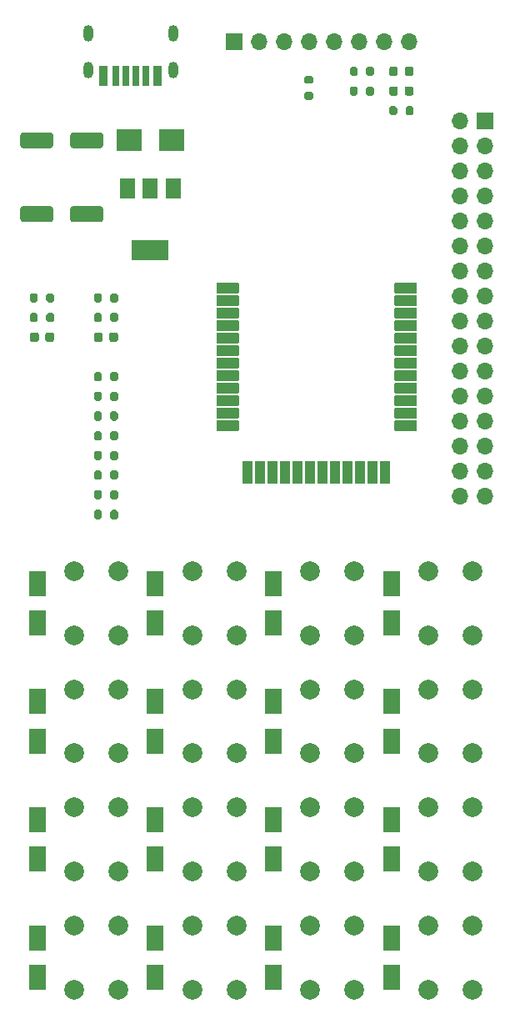
<source format=gbr>
%TF.GenerationSoftware,KiCad,Pcbnew,(5.1.10)-1*%
%TF.CreationDate,2024-04-06T16:28:10+09:00*%
%TF.ProjectId,KiCAD_BLEModuleDevTestBoard,4b694341-445f-4424-9c45-4d6f64756c65,rev?*%
%TF.SameCoordinates,Original*%
%TF.FileFunction,Soldermask,Top*%
%TF.FilePolarity,Negative*%
%FSLAX46Y46*%
G04 Gerber Fmt 4.6, Leading zero omitted, Abs format (unit mm)*
G04 Created by KiCad (PCBNEW (5.1.10)-1) date 2024-04-06 16:28:10*
%MOMM*%
%LPD*%
G01*
G04 APERTURE LIST*
%ADD10C,2.000000*%
%ADD11O,1.700000X1.700000*%
%ADD12R,1.700000X1.700000*%
%ADD13R,3.800000X2.000000*%
%ADD14R,1.500000X2.000000*%
%ADD15R,2.500000X2.300000*%
%ADD16O,1.000000X1.700000*%
%ADD17R,0.900000X2.000000*%
%ADD18R,0.800000X2.000000*%
%ADD19R,0.700000X2.000000*%
%ADD20R,1.700000X2.500000*%
G04 APERTURE END LIST*
D10*
%TO.C,SW5*%
X133750000Y-130250000D03*
X129250000Y-130250000D03*
X133750000Y-123750000D03*
X129250000Y-123750000D03*
%TD*%
%TO.C,SW13*%
X133750000Y-106250000D03*
X129250000Y-106250000D03*
X133750000Y-99750000D03*
X129250000Y-99750000D03*
%TD*%
%TO.C,SW16*%
X169750000Y-106250000D03*
X165250000Y-106250000D03*
X169750000Y-99750000D03*
X165250000Y-99750000D03*
%TD*%
D11*
%TO.C,J1*%
X163280000Y-46000000D03*
X160740000Y-46000000D03*
X158200000Y-46000000D03*
X155660000Y-46000000D03*
X153120000Y-46000000D03*
X150580000Y-46000000D03*
X148040000Y-46000000D03*
D12*
X145500000Y-46000000D03*
%TD*%
%TO.C,R5*%
G36*
G01*
X153375000Y-51900000D02*
X152825000Y-51900000D01*
G75*
G02*
X152625000Y-51700000I0J200000D01*
G01*
X152625000Y-51300000D01*
G75*
G02*
X152825000Y-51100000I200000J0D01*
G01*
X153375000Y-51100000D01*
G75*
G02*
X153575000Y-51300000I0J-200000D01*
G01*
X153575000Y-51700000D01*
G75*
G02*
X153375000Y-51900000I-200000J0D01*
G01*
G37*
G36*
G01*
X153375000Y-50250000D02*
X152825000Y-50250000D01*
G75*
G02*
X152625000Y-50050000I0J200000D01*
G01*
X152625000Y-49650000D01*
G75*
G02*
X152825000Y-49450000I200000J0D01*
G01*
X153375000Y-49450000D01*
G75*
G02*
X153575000Y-49650000I0J-200000D01*
G01*
X153575000Y-50050000D01*
G75*
G02*
X153375000Y-50250000I-200000J0D01*
G01*
G37*
%TD*%
%TO.C,U1*%
G36*
G01*
X164099800Y-70532000D02*
X164099800Y-71468000D01*
G75*
G02*
X164047800Y-71520000I-52000J0D01*
G01*
X161851800Y-71520000D01*
G75*
G02*
X161799800Y-71468000I0J52000D01*
G01*
X161799800Y-70532000D01*
G75*
G02*
X161851800Y-70480000I52000J0D01*
G01*
X164047800Y-70480000D01*
G75*
G02*
X164099800Y-70532000I0J-52000D01*
G01*
G37*
G36*
G01*
X164099800Y-73072000D02*
X164099800Y-74008000D01*
G75*
G02*
X164047800Y-74060000I-52000J0D01*
G01*
X161851800Y-74060000D01*
G75*
G02*
X161799800Y-74008000I0J52000D01*
G01*
X161799800Y-73072000D01*
G75*
G02*
X161851800Y-73020000I52000J0D01*
G01*
X164047800Y-73020000D01*
G75*
G02*
X164099800Y-73072000I0J-52000D01*
G01*
G37*
G36*
G01*
X164099800Y-78152000D02*
X164099800Y-79088000D01*
G75*
G02*
X164047800Y-79140000I-52000J0D01*
G01*
X161851800Y-79140000D01*
G75*
G02*
X161799800Y-79088000I0J52000D01*
G01*
X161799800Y-78152000D01*
G75*
G02*
X161851800Y-78100000I52000J0D01*
G01*
X164047800Y-78100000D01*
G75*
G02*
X164099800Y-78152000I0J-52000D01*
G01*
G37*
G36*
G01*
X164099800Y-75612000D02*
X164099800Y-76548000D01*
G75*
G02*
X164047800Y-76600000I-52000J0D01*
G01*
X161851800Y-76600000D01*
G75*
G02*
X161799800Y-76548000I0J52000D01*
G01*
X161799800Y-75612000D01*
G75*
G02*
X161851800Y-75560000I52000J0D01*
G01*
X164047800Y-75560000D01*
G75*
G02*
X164099800Y-75612000I0J-52000D01*
G01*
G37*
G36*
G01*
X164099800Y-76882000D02*
X164099800Y-77818000D01*
G75*
G02*
X164047800Y-77870000I-52000J0D01*
G01*
X161851800Y-77870000D01*
G75*
G02*
X161799800Y-77818000I0J52000D01*
G01*
X161799800Y-76882000D01*
G75*
G02*
X161851800Y-76830000I52000J0D01*
G01*
X164047800Y-76830000D01*
G75*
G02*
X164099800Y-76882000I0J-52000D01*
G01*
G37*
G36*
G01*
X164099800Y-74342000D02*
X164099800Y-75278000D01*
G75*
G02*
X164047800Y-75330000I-52000J0D01*
G01*
X161851800Y-75330000D01*
G75*
G02*
X161799800Y-75278000I0J52000D01*
G01*
X161799800Y-74342000D01*
G75*
G02*
X161851800Y-74290000I52000J0D01*
G01*
X164047800Y-74290000D01*
G75*
G02*
X164099800Y-74342000I0J-52000D01*
G01*
G37*
G36*
G01*
X164099800Y-79422000D02*
X164099800Y-80358000D01*
G75*
G02*
X164047800Y-80410000I-52000J0D01*
G01*
X161851800Y-80410000D01*
G75*
G02*
X161799800Y-80358000I0J52000D01*
G01*
X161799800Y-79422000D01*
G75*
G02*
X161851800Y-79370000I52000J0D01*
G01*
X164047800Y-79370000D01*
G75*
G02*
X164099800Y-79422000I0J-52000D01*
G01*
G37*
G36*
G01*
X164099800Y-83232000D02*
X164099800Y-84168000D01*
G75*
G02*
X164047800Y-84220000I-52000J0D01*
G01*
X161851800Y-84220000D01*
G75*
G02*
X161799800Y-84168000I0J52000D01*
G01*
X161799800Y-83232000D01*
G75*
G02*
X161851800Y-83180000I52000J0D01*
G01*
X164047800Y-83180000D01*
G75*
G02*
X164099800Y-83232000I0J-52000D01*
G01*
G37*
G36*
G01*
X164099800Y-80692000D02*
X164099800Y-81628000D01*
G75*
G02*
X164047800Y-81680000I-52000J0D01*
G01*
X161851800Y-81680000D01*
G75*
G02*
X161799800Y-81628000I0J52000D01*
G01*
X161799800Y-80692000D01*
G75*
G02*
X161851800Y-80640000I52000J0D01*
G01*
X164047800Y-80640000D01*
G75*
G02*
X164099800Y-80692000I0J-52000D01*
G01*
G37*
G36*
G01*
X164099800Y-84502000D02*
X164099800Y-85438000D01*
G75*
G02*
X164047800Y-85490000I-52000J0D01*
G01*
X161851800Y-85490000D01*
G75*
G02*
X161799800Y-85438000I0J52000D01*
G01*
X161799800Y-84502000D01*
G75*
G02*
X161851800Y-84450000I52000J0D01*
G01*
X164047800Y-84450000D01*
G75*
G02*
X164099800Y-84502000I0J-52000D01*
G01*
G37*
G36*
G01*
X164099800Y-81962000D02*
X164099800Y-82898000D01*
G75*
G02*
X164047800Y-82950000I-52000J0D01*
G01*
X161851800Y-82950000D01*
G75*
G02*
X161799800Y-82898000I0J52000D01*
G01*
X161799800Y-81962000D01*
G75*
G02*
X161851800Y-81910000I52000J0D01*
G01*
X164047800Y-81910000D01*
G75*
G02*
X164099800Y-81962000I0J-52000D01*
G01*
G37*
G36*
G01*
X164099800Y-71802000D02*
X164099800Y-72738000D01*
G75*
G02*
X164047800Y-72790000I-52000J0D01*
G01*
X161851800Y-72790000D01*
G75*
G02*
X161799800Y-72738000I0J52000D01*
G01*
X161799800Y-71802000D01*
G75*
G02*
X161851800Y-71750000I52000J0D01*
G01*
X164047800Y-71750000D01*
G75*
G02*
X164099800Y-71802000I0J-52000D01*
G01*
G37*
G36*
G01*
X160068000Y-90885000D02*
X159132000Y-90885000D01*
G75*
G02*
X159080000Y-90833000I0J52000D01*
G01*
X159080000Y-88637000D01*
G75*
G02*
X159132000Y-88585000I52000J0D01*
G01*
X160068000Y-88585000D01*
G75*
G02*
X160120000Y-88637000I0J-52000D01*
G01*
X160120000Y-90833000D01*
G75*
G02*
X160068000Y-90885000I-52000J0D01*
G01*
G37*
G36*
G01*
X158798000Y-90885000D02*
X157862000Y-90885000D01*
G75*
G02*
X157810000Y-90833000I0J52000D01*
G01*
X157810000Y-88637000D01*
G75*
G02*
X157862000Y-88585000I52000J0D01*
G01*
X158798000Y-88585000D01*
G75*
G02*
X158850000Y-88637000I0J-52000D01*
G01*
X158850000Y-90833000D01*
G75*
G02*
X158798000Y-90885000I-52000J0D01*
G01*
G37*
G36*
G01*
X161338000Y-90885000D02*
X160402000Y-90885000D01*
G75*
G02*
X160350000Y-90833000I0J52000D01*
G01*
X160350000Y-88637000D01*
G75*
G02*
X160402000Y-88585000I52000J0D01*
G01*
X161338000Y-88585000D01*
G75*
G02*
X161390000Y-88637000I0J-52000D01*
G01*
X161390000Y-90833000D01*
G75*
G02*
X161338000Y-90885000I-52000J0D01*
G01*
G37*
G36*
G01*
X149908000Y-90885000D02*
X148972000Y-90885000D01*
G75*
G02*
X148920000Y-90833000I0J52000D01*
G01*
X148920000Y-88637000D01*
G75*
G02*
X148972000Y-88585000I52000J0D01*
G01*
X149908000Y-88585000D01*
G75*
G02*
X149960000Y-88637000I0J-52000D01*
G01*
X149960000Y-90833000D01*
G75*
G02*
X149908000Y-90885000I-52000J0D01*
G01*
G37*
G36*
G01*
X147368000Y-90885000D02*
X146432000Y-90885000D01*
G75*
G02*
X146380000Y-90833000I0J52000D01*
G01*
X146380000Y-88637000D01*
G75*
G02*
X146432000Y-88585000I52000J0D01*
G01*
X147368000Y-88585000D01*
G75*
G02*
X147420000Y-88637000I0J-52000D01*
G01*
X147420000Y-90833000D01*
G75*
G02*
X147368000Y-90885000I-52000J0D01*
G01*
G37*
G36*
G01*
X148638000Y-90885000D02*
X147702000Y-90885000D01*
G75*
G02*
X147650000Y-90833000I0J52000D01*
G01*
X147650000Y-88637000D01*
G75*
G02*
X147702000Y-88585000I52000J0D01*
G01*
X148638000Y-88585000D01*
G75*
G02*
X148690000Y-88637000I0J-52000D01*
G01*
X148690000Y-90833000D01*
G75*
G02*
X148638000Y-90885000I-52000J0D01*
G01*
G37*
G36*
G01*
X151178000Y-90885000D02*
X150242000Y-90885000D01*
G75*
G02*
X150190000Y-90833000I0J52000D01*
G01*
X150190000Y-88637000D01*
G75*
G02*
X150242000Y-88585000I52000J0D01*
G01*
X151178000Y-88585000D01*
G75*
G02*
X151230000Y-88637000I0J-52000D01*
G01*
X151230000Y-90833000D01*
G75*
G02*
X151178000Y-90885000I-52000J0D01*
G01*
G37*
G36*
G01*
X152448000Y-90885000D02*
X151512000Y-90885000D01*
G75*
G02*
X151460000Y-90833000I0J52000D01*
G01*
X151460000Y-88637000D01*
G75*
G02*
X151512000Y-88585000I52000J0D01*
G01*
X152448000Y-88585000D01*
G75*
G02*
X152500000Y-88637000I0J-52000D01*
G01*
X152500000Y-90833000D01*
G75*
G02*
X152448000Y-90885000I-52000J0D01*
G01*
G37*
G36*
G01*
X157528000Y-90885000D02*
X156592000Y-90885000D01*
G75*
G02*
X156540000Y-90833000I0J52000D01*
G01*
X156540000Y-88637000D01*
G75*
G02*
X156592000Y-88585000I52000J0D01*
G01*
X157528000Y-88585000D01*
G75*
G02*
X157580000Y-88637000I0J-52000D01*
G01*
X157580000Y-90833000D01*
G75*
G02*
X157528000Y-90885000I-52000J0D01*
G01*
G37*
G36*
G01*
X154988000Y-90885000D02*
X154052000Y-90885000D01*
G75*
G02*
X154000000Y-90833000I0J52000D01*
G01*
X154000000Y-88637000D01*
G75*
G02*
X154052000Y-88585000I52000J0D01*
G01*
X154988000Y-88585000D01*
G75*
G02*
X155040000Y-88637000I0J-52000D01*
G01*
X155040000Y-90833000D01*
G75*
G02*
X154988000Y-90885000I-52000J0D01*
G01*
G37*
G36*
G01*
X153718000Y-90885000D02*
X152782000Y-90885000D01*
G75*
G02*
X152730000Y-90833000I0J52000D01*
G01*
X152730000Y-88637000D01*
G75*
G02*
X152782000Y-88585000I52000J0D01*
G01*
X153718000Y-88585000D01*
G75*
G02*
X153770000Y-88637000I0J-52000D01*
G01*
X153770000Y-90833000D01*
G75*
G02*
X153718000Y-90885000I-52000J0D01*
G01*
G37*
G36*
G01*
X156258000Y-90885000D02*
X155322000Y-90885000D01*
G75*
G02*
X155270000Y-90833000I0J52000D01*
G01*
X155270000Y-88637000D01*
G75*
G02*
X155322000Y-88585000I52000J0D01*
G01*
X156258000Y-88585000D01*
G75*
G02*
X156310000Y-88637000I0J-52000D01*
G01*
X156310000Y-90833000D01*
G75*
G02*
X156258000Y-90885000I-52000J0D01*
G01*
G37*
G36*
G01*
X143715000Y-84168000D02*
X143715000Y-83232000D01*
G75*
G02*
X143767000Y-83180000I52000J0D01*
G01*
X145963000Y-83180000D01*
G75*
G02*
X146015000Y-83232000I0J-52000D01*
G01*
X146015000Y-84168000D01*
G75*
G02*
X145963000Y-84220000I-52000J0D01*
G01*
X143767000Y-84220000D01*
G75*
G02*
X143715000Y-84168000I0J52000D01*
G01*
G37*
G36*
G01*
X143715000Y-82898000D02*
X143715000Y-81962000D01*
G75*
G02*
X143767000Y-81910000I52000J0D01*
G01*
X145963000Y-81910000D01*
G75*
G02*
X146015000Y-81962000I0J-52000D01*
G01*
X146015000Y-82898000D01*
G75*
G02*
X145963000Y-82950000I-52000J0D01*
G01*
X143767000Y-82950000D01*
G75*
G02*
X143715000Y-82898000I0J52000D01*
G01*
G37*
G36*
G01*
X143715000Y-85438000D02*
X143715000Y-84502000D01*
G75*
G02*
X143767000Y-84450000I52000J0D01*
G01*
X145963000Y-84450000D01*
G75*
G02*
X146015000Y-84502000I0J-52000D01*
G01*
X146015000Y-85438000D01*
G75*
G02*
X145963000Y-85490000I-52000J0D01*
G01*
X143767000Y-85490000D01*
G75*
G02*
X143715000Y-85438000I0J52000D01*
G01*
G37*
G36*
G01*
X143715000Y-79088000D02*
X143715000Y-78152000D01*
G75*
G02*
X143767000Y-78100000I52000J0D01*
G01*
X145963000Y-78100000D01*
G75*
G02*
X146015000Y-78152000I0J-52000D01*
G01*
X146015000Y-79088000D01*
G75*
G02*
X145963000Y-79140000I-52000J0D01*
G01*
X143767000Y-79140000D01*
G75*
G02*
X143715000Y-79088000I0J52000D01*
G01*
G37*
G36*
G01*
X143715000Y-77818000D02*
X143715000Y-76882000D01*
G75*
G02*
X143767000Y-76830000I52000J0D01*
G01*
X145963000Y-76830000D01*
G75*
G02*
X146015000Y-76882000I0J-52000D01*
G01*
X146015000Y-77818000D01*
G75*
G02*
X145963000Y-77870000I-52000J0D01*
G01*
X143767000Y-77870000D01*
G75*
G02*
X143715000Y-77818000I0J52000D01*
G01*
G37*
G36*
G01*
X143715000Y-80358000D02*
X143715000Y-79422000D01*
G75*
G02*
X143767000Y-79370000I52000J0D01*
G01*
X145963000Y-79370000D01*
G75*
G02*
X146015000Y-79422000I0J-52000D01*
G01*
X146015000Y-80358000D01*
G75*
G02*
X145963000Y-80410000I-52000J0D01*
G01*
X143767000Y-80410000D01*
G75*
G02*
X143715000Y-80358000I0J52000D01*
G01*
G37*
G36*
G01*
X143715000Y-81628000D02*
X143715000Y-80692000D01*
G75*
G02*
X143767000Y-80640000I52000J0D01*
G01*
X145963000Y-80640000D01*
G75*
G02*
X146015000Y-80692000I0J-52000D01*
G01*
X146015000Y-81628000D01*
G75*
G02*
X145963000Y-81680000I-52000J0D01*
G01*
X143767000Y-81680000D01*
G75*
G02*
X143715000Y-81628000I0J52000D01*
G01*
G37*
G36*
G01*
X143715000Y-76548000D02*
X143715000Y-75612000D01*
G75*
G02*
X143767000Y-75560000I52000J0D01*
G01*
X145963000Y-75560000D01*
G75*
G02*
X146015000Y-75612000I0J-52000D01*
G01*
X146015000Y-76548000D01*
G75*
G02*
X145963000Y-76600000I-52000J0D01*
G01*
X143767000Y-76600000D01*
G75*
G02*
X143715000Y-76548000I0J52000D01*
G01*
G37*
G36*
G01*
X143715000Y-75278000D02*
X143715000Y-74342000D01*
G75*
G02*
X143767000Y-74290000I52000J0D01*
G01*
X145963000Y-74290000D01*
G75*
G02*
X146015000Y-74342000I0J-52000D01*
G01*
X146015000Y-75278000D01*
G75*
G02*
X145963000Y-75330000I-52000J0D01*
G01*
X143767000Y-75330000D01*
G75*
G02*
X143715000Y-75278000I0J52000D01*
G01*
G37*
G36*
G01*
X143715000Y-74008000D02*
X143715000Y-73072000D01*
G75*
G02*
X143767000Y-73020000I52000J0D01*
G01*
X145963000Y-73020000D01*
G75*
G02*
X146015000Y-73072000I0J-52000D01*
G01*
X146015000Y-74008000D01*
G75*
G02*
X145963000Y-74060000I-52000J0D01*
G01*
X143767000Y-74060000D01*
G75*
G02*
X143715000Y-74008000I0J52000D01*
G01*
G37*
G36*
G01*
X143715000Y-72738000D02*
X143715000Y-71802000D01*
G75*
G02*
X143767000Y-71750000I52000J0D01*
G01*
X145963000Y-71750000D01*
G75*
G02*
X146015000Y-71802000I0J-52000D01*
G01*
X146015000Y-72738000D01*
G75*
G02*
X145963000Y-72790000I-52000J0D01*
G01*
X143767000Y-72790000D01*
G75*
G02*
X143715000Y-72738000I0J52000D01*
G01*
G37*
G36*
G01*
X143715000Y-71468000D02*
X143715000Y-70532000D01*
G75*
G02*
X143767000Y-70480000I52000J0D01*
G01*
X145963000Y-70480000D01*
G75*
G02*
X146015000Y-70532000I0J-52000D01*
G01*
X146015000Y-71468000D01*
G75*
G02*
X145963000Y-71520000I-52000J0D01*
G01*
X143767000Y-71520000D01*
G75*
G02*
X143715000Y-71468000I0J52000D01*
G01*
G37*
%TD*%
%TO.C,R16*%
G36*
G01*
X133725000Y-93725000D02*
X133725000Y-94275000D01*
G75*
G02*
X133525000Y-94475000I-200000J0D01*
G01*
X133125000Y-94475000D01*
G75*
G02*
X132925000Y-94275000I0J200000D01*
G01*
X132925000Y-93725000D01*
G75*
G02*
X133125000Y-93525000I200000J0D01*
G01*
X133525000Y-93525000D01*
G75*
G02*
X133725000Y-93725000I0J-200000D01*
G01*
G37*
G36*
G01*
X132075000Y-93725000D02*
X132075000Y-94275000D01*
G75*
G02*
X131875000Y-94475000I-200000J0D01*
G01*
X131475000Y-94475000D01*
G75*
G02*
X131275000Y-94275000I0J200000D01*
G01*
X131275000Y-93725000D01*
G75*
G02*
X131475000Y-93525000I200000J0D01*
G01*
X131875000Y-93525000D01*
G75*
G02*
X132075000Y-93725000I0J-200000D01*
G01*
G37*
%TD*%
%TO.C,R15*%
G36*
G01*
X133725000Y-91725000D02*
X133725000Y-92275000D01*
G75*
G02*
X133525000Y-92475000I-200000J0D01*
G01*
X133125000Y-92475000D01*
G75*
G02*
X132925000Y-92275000I0J200000D01*
G01*
X132925000Y-91725000D01*
G75*
G02*
X133125000Y-91525000I200000J0D01*
G01*
X133525000Y-91525000D01*
G75*
G02*
X133725000Y-91725000I0J-200000D01*
G01*
G37*
G36*
G01*
X132075000Y-91725000D02*
X132075000Y-92275000D01*
G75*
G02*
X131875000Y-92475000I-200000J0D01*
G01*
X131475000Y-92475000D01*
G75*
G02*
X131275000Y-92275000I0J200000D01*
G01*
X131275000Y-91725000D01*
G75*
G02*
X131475000Y-91525000I200000J0D01*
G01*
X131875000Y-91525000D01*
G75*
G02*
X132075000Y-91725000I0J-200000D01*
G01*
G37*
%TD*%
%TO.C,R14*%
G36*
G01*
X133725000Y-89725000D02*
X133725000Y-90275000D01*
G75*
G02*
X133525000Y-90475000I-200000J0D01*
G01*
X133125000Y-90475000D01*
G75*
G02*
X132925000Y-90275000I0J200000D01*
G01*
X132925000Y-89725000D01*
G75*
G02*
X133125000Y-89525000I200000J0D01*
G01*
X133525000Y-89525000D01*
G75*
G02*
X133725000Y-89725000I0J-200000D01*
G01*
G37*
G36*
G01*
X132075000Y-89725000D02*
X132075000Y-90275000D01*
G75*
G02*
X131875000Y-90475000I-200000J0D01*
G01*
X131475000Y-90475000D01*
G75*
G02*
X131275000Y-90275000I0J200000D01*
G01*
X131275000Y-89725000D01*
G75*
G02*
X131475000Y-89525000I200000J0D01*
G01*
X131875000Y-89525000D01*
G75*
G02*
X132075000Y-89725000I0J-200000D01*
G01*
G37*
%TD*%
%TO.C,R13*%
G36*
G01*
X133725000Y-87725000D02*
X133725000Y-88275000D01*
G75*
G02*
X133525000Y-88475000I-200000J0D01*
G01*
X133125000Y-88475000D01*
G75*
G02*
X132925000Y-88275000I0J200000D01*
G01*
X132925000Y-87725000D01*
G75*
G02*
X133125000Y-87525000I200000J0D01*
G01*
X133525000Y-87525000D01*
G75*
G02*
X133725000Y-87725000I0J-200000D01*
G01*
G37*
G36*
G01*
X132075000Y-87725000D02*
X132075000Y-88275000D01*
G75*
G02*
X131875000Y-88475000I-200000J0D01*
G01*
X131475000Y-88475000D01*
G75*
G02*
X131275000Y-88275000I0J200000D01*
G01*
X131275000Y-87725000D01*
G75*
G02*
X131475000Y-87525000I200000J0D01*
G01*
X131875000Y-87525000D01*
G75*
G02*
X132075000Y-87725000I0J-200000D01*
G01*
G37*
%TD*%
%TO.C,R9*%
G36*
G01*
X133725000Y-79725000D02*
X133725000Y-80275000D01*
G75*
G02*
X133525000Y-80475000I-200000J0D01*
G01*
X133125000Y-80475000D01*
G75*
G02*
X132925000Y-80275000I0J200000D01*
G01*
X132925000Y-79725000D01*
G75*
G02*
X133125000Y-79525000I200000J0D01*
G01*
X133525000Y-79525000D01*
G75*
G02*
X133725000Y-79725000I0J-200000D01*
G01*
G37*
G36*
G01*
X132075000Y-79725000D02*
X132075000Y-80275000D01*
G75*
G02*
X131875000Y-80475000I-200000J0D01*
G01*
X131475000Y-80475000D01*
G75*
G02*
X131275000Y-80275000I0J200000D01*
G01*
X131275000Y-79725000D01*
G75*
G02*
X131475000Y-79525000I200000J0D01*
G01*
X131875000Y-79525000D01*
G75*
G02*
X132075000Y-79725000I0J-200000D01*
G01*
G37*
%TD*%
%TO.C,R10*%
G36*
G01*
X133725000Y-81725000D02*
X133725000Y-82275000D01*
G75*
G02*
X133525000Y-82475000I-200000J0D01*
G01*
X133125000Y-82475000D01*
G75*
G02*
X132925000Y-82275000I0J200000D01*
G01*
X132925000Y-81725000D01*
G75*
G02*
X133125000Y-81525000I200000J0D01*
G01*
X133525000Y-81525000D01*
G75*
G02*
X133725000Y-81725000I0J-200000D01*
G01*
G37*
G36*
G01*
X132075000Y-81725000D02*
X132075000Y-82275000D01*
G75*
G02*
X131875000Y-82475000I-200000J0D01*
G01*
X131475000Y-82475000D01*
G75*
G02*
X131275000Y-82275000I0J200000D01*
G01*
X131275000Y-81725000D01*
G75*
G02*
X131475000Y-81525000I200000J0D01*
G01*
X131875000Y-81525000D01*
G75*
G02*
X132075000Y-81725000I0J-200000D01*
G01*
G37*
%TD*%
%TO.C,R11*%
G36*
G01*
X133725000Y-83725000D02*
X133725000Y-84275000D01*
G75*
G02*
X133525000Y-84475000I-200000J0D01*
G01*
X133125000Y-84475000D01*
G75*
G02*
X132925000Y-84275000I0J200000D01*
G01*
X132925000Y-83725000D01*
G75*
G02*
X133125000Y-83525000I200000J0D01*
G01*
X133525000Y-83525000D01*
G75*
G02*
X133725000Y-83725000I0J-200000D01*
G01*
G37*
G36*
G01*
X132075000Y-83725000D02*
X132075000Y-84275000D01*
G75*
G02*
X131875000Y-84475000I-200000J0D01*
G01*
X131475000Y-84475000D01*
G75*
G02*
X131275000Y-84275000I0J200000D01*
G01*
X131275000Y-83725000D01*
G75*
G02*
X131475000Y-83525000I200000J0D01*
G01*
X131875000Y-83525000D01*
G75*
G02*
X132075000Y-83725000I0J-200000D01*
G01*
G37*
%TD*%
%TO.C,R12*%
G36*
G01*
X133725000Y-85725000D02*
X133725000Y-86275000D01*
G75*
G02*
X133525000Y-86475000I-200000J0D01*
G01*
X133125000Y-86475000D01*
G75*
G02*
X132925000Y-86275000I0J200000D01*
G01*
X132925000Y-85725000D01*
G75*
G02*
X133125000Y-85525000I200000J0D01*
G01*
X133525000Y-85525000D01*
G75*
G02*
X133725000Y-85725000I0J-200000D01*
G01*
G37*
G36*
G01*
X132075000Y-85725000D02*
X132075000Y-86275000D01*
G75*
G02*
X131875000Y-86475000I-200000J0D01*
G01*
X131475000Y-86475000D01*
G75*
G02*
X131275000Y-86275000I0J200000D01*
G01*
X131275000Y-85725000D01*
G75*
G02*
X131475000Y-85525000I200000J0D01*
G01*
X131875000Y-85525000D01*
G75*
G02*
X132075000Y-85725000I0J-200000D01*
G01*
G37*
%TD*%
%TO.C,R8*%
G36*
G01*
X161275000Y-53275000D02*
X161275000Y-52725000D01*
G75*
G02*
X161475000Y-52525000I200000J0D01*
G01*
X161875000Y-52525000D01*
G75*
G02*
X162075000Y-52725000I0J-200000D01*
G01*
X162075000Y-53275000D01*
G75*
G02*
X161875000Y-53475000I-200000J0D01*
G01*
X161475000Y-53475000D01*
G75*
G02*
X161275000Y-53275000I0J200000D01*
G01*
G37*
G36*
G01*
X162925000Y-53275000D02*
X162925000Y-52725000D01*
G75*
G02*
X163125000Y-52525000I200000J0D01*
G01*
X163525000Y-52525000D01*
G75*
G02*
X163725000Y-52725000I0J-200000D01*
G01*
X163725000Y-53275000D01*
G75*
G02*
X163525000Y-53475000I-200000J0D01*
G01*
X163125000Y-53475000D01*
G75*
G02*
X162925000Y-53275000I0J200000D01*
G01*
G37*
%TD*%
D13*
%TO.C,U2*%
X137000000Y-67150000D03*
D14*
X137000000Y-60850000D03*
X134700000Y-60850000D03*
X139300000Y-60850000D03*
%TD*%
D15*
%TO.C,TVS1*%
X134850000Y-56000000D03*
X139150000Y-56000000D03*
%TD*%
D10*
%TO.C,SW4*%
X169750000Y-142250000D03*
X165250000Y-142250000D03*
X169750000Y-135750000D03*
X165250000Y-135750000D03*
%TD*%
%TO.C,SW3*%
X157750000Y-142250000D03*
X153250000Y-142250000D03*
X157750000Y-135750000D03*
X153250000Y-135750000D03*
%TD*%
%TO.C,SW2*%
X145750000Y-142250000D03*
X141250000Y-142250000D03*
X145750000Y-135750000D03*
X141250000Y-135750000D03*
%TD*%
%TO.C,SW1*%
X133750000Y-142250000D03*
X129250000Y-142250000D03*
X133750000Y-135750000D03*
X129250000Y-135750000D03*
%TD*%
%TO.C,SW8*%
X169750000Y-130250000D03*
X165250000Y-130250000D03*
X169750000Y-123750000D03*
X165250000Y-123750000D03*
%TD*%
%TO.C,SW7*%
X157750000Y-130250000D03*
X153250000Y-130250000D03*
X157750000Y-123750000D03*
X153250000Y-123750000D03*
%TD*%
%TO.C,SW6*%
X145750000Y-130250000D03*
X141250000Y-130250000D03*
X145750000Y-123750000D03*
X141250000Y-123750000D03*
%TD*%
%TO.C,SW12*%
X169750000Y-118250000D03*
X165250000Y-118250000D03*
X169750000Y-111750000D03*
X165250000Y-111750000D03*
%TD*%
%TO.C,SW11*%
X157750000Y-118250000D03*
X153250000Y-118250000D03*
X157750000Y-111750000D03*
X153250000Y-111750000D03*
%TD*%
%TO.C,SW10*%
X145750000Y-118250000D03*
X141250000Y-118250000D03*
X145750000Y-111750000D03*
X141250000Y-111750000D03*
%TD*%
%TO.C,SW9*%
X133750000Y-118250000D03*
X129250000Y-118250000D03*
X133750000Y-111750000D03*
X129250000Y-111750000D03*
%TD*%
%TO.C,SW15*%
X157750000Y-106250000D03*
X153250000Y-106250000D03*
X157750000Y-99750000D03*
X153250000Y-99750000D03*
%TD*%
%TO.C,SW14*%
X145750000Y-106250000D03*
X141250000Y-106250000D03*
X145750000Y-99750000D03*
X141250000Y-99750000D03*
%TD*%
%TO.C,R7*%
G36*
G01*
X157275000Y-51275000D02*
X157275000Y-50725000D01*
G75*
G02*
X157475000Y-50525000I200000J0D01*
G01*
X157875000Y-50525000D01*
G75*
G02*
X158075000Y-50725000I0J-200000D01*
G01*
X158075000Y-51275000D01*
G75*
G02*
X157875000Y-51475000I-200000J0D01*
G01*
X157475000Y-51475000D01*
G75*
G02*
X157275000Y-51275000I0J200000D01*
G01*
G37*
G36*
G01*
X158925000Y-51275000D02*
X158925000Y-50725000D01*
G75*
G02*
X159125000Y-50525000I200000J0D01*
G01*
X159525000Y-50525000D01*
G75*
G02*
X159725000Y-50725000I0J-200000D01*
G01*
X159725000Y-51275000D01*
G75*
G02*
X159525000Y-51475000I-200000J0D01*
G01*
X159125000Y-51475000D01*
G75*
G02*
X158925000Y-51275000I0J200000D01*
G01*
G37*
%TD*%
%TO.C,R6*%
G36*
G01*
X157275000Y-49275000D02*
X157275000Y-48725000D01*
G75*
G02*
X157475000Y-48525000I200000J0D01*
G01*
X157875000Y-48525000D01*
G75*
G02*
X158075000Y-48725000I0J-200000D01*
G01*
X158075000Y-49275000D01*
G75*
G02*
X157875000Y-49475000I-200000J0D01*
G01*
X157475000Y-49475000D01*
G75*
G02*
X157275000Y-49275000I0J200000D01*
G01*
G37*
G36*
G01*
X158925000Y-49275000D02*
X158925000Y-48725000D01*
G75*
G02*
X159125000Y-48525000I200000J0D01*
G01*
X159525000Y-48525000D01*
G75*
G02*
X159725000Y-48725000I0J-200000D01*
G01*
X159725000Y-49275000D01*
G75*
G02*
X159525000Y-49475000I-200000J0D01*
G01*
X159125000Y-49475000D01*
G75*
G02*
X158925000Y-49275000I0J200000D01*
G01*
G37*
%TD*%
%TO.C,R4*%
G36*
G01*
X133725000Y-73725000D02*
X133725000Y-74275000D01*
G75*
G02*
X133525000Y-74475000I-200000J0D01*
G01*
X133125000Y-74475000D01*
G75*
G02*
X132925000Y-74275000I0J200000D01*
G01*
X132925000Y-73725000D01*
G75*
G02*
X133125000Y-73525000I200000J0D01*
G01*
X133525000Y-73525000D01*
G75*
G02*
X133725000Y-73725000I0J-200000D01*
G01*
G37*
G36*
G01*
X132075000Y-73725000D02*
X132075000Y-74275000D01*
G75*
G02*
X131875000Y-74475000I-200000J0D01*
G01*
X131475000Y-74475000D01*
G75*
G02*
X131275000Y-74275000I0J200000D01*
G01*
X131275000Y-73725000D01*
G75*
G02*
X131475000Y-73525000I200000J0D01*
G01*
X131875000Y-73525000D01*
G75*
G02*
X132075000Y-73725000I0J-200000D01*
G01*
G37*
%TD*%
%TO.C,R2*%
G36*
G01*
X124775000Y-74275000D02*
X124775000Y-73725000D01*
G75*
G02*
X124975000Y-73525000I200000J0D01*
G01*
X125375000Y-73525000D01*
G75*
G02*
X125575000Y-73725000I0J-200000D01*
G01*
X125575000Y-74275000D01*
G75*
G02*
X125375000Y-74475000I-200000J0D01*
G01*
X124975000Y-74475000D01*
G75*
G02*
X124775000Y-74275000I0J200000D01*
G01*
G37*
G36*
G01*
X126425000Y-74275000D02*
X126425000Y-73725000D01*
G75*
G02*
X126625000Y-73525000I200000J0D01*
G01*
X127025000Y-73525000D01*
G75*
G02*
X127225000Y-73725000I0J-200000D01*
G01*
X127225000Y-74275000D01*
G75*
G02*
X127025000Y-74475000I-200000J0D01*
G01*
X126625000Y-74475000D01*
G75*
G02*
X126425000Y-74275000I0J200000D01*
G01*
G37*
%TD*%
%TO.C,R3*%
G36*
G01*
X131275000Y-72275000D02*
X131275000Y-71725000D01*
G75*
G02*
X131475000Y-71525000I200000J0D01*
G01*
X131875000Y-71525000D01*
G75*
G02*
X132075000Y-71725000I0J-200000D01*
G01*
X132075000Y-72275000D01*
G75*
G02*
X131875000Y-72475000I-200000J0D01*
G01*
X131475000Y-72475000D01*
G75*
G02*
X131275000Y-72275000I0J200000D01*
G01*
G37*
G36*
G01*
X132925000Y-72275000D02*
X132925000Y-71725000D01*
G75*
G02*
X133125000Y-71525000I200000J0D01*
G01*
X133525000Y-71525000D01*
G75*
G02*
X133725000Y-71725000I0J-200000D01*
G01*
X133725000Y-72275000D01*
G75*
G02*
X133525000Y-72475000I-200000J0D01*
G01*
X133125000Y-72475000D01*
G75*
G02*
X132925000Y-72275000I0J200000D01*
G01*
G37*
%TD*%
%TO.C,R1*%
G36*
G01*
X124775000Y-72275000D02*
X124775000Y-71725000D01*
G75*
G02*
X124975000Y-71525000I200000J0D01*
G01*
X125375000Y-71525000D01*
G75*
G02*
X125575000Y-71725000I0J-200000D01*
G01*
X125575000Y-72275000D01*
G75*
G02*
X125375000Y-72475000I-200000J0D01*
G01*
X124975000Y-72475000D01*
G75*
G02*
X124775000Y-72275000I0J200000D01*
G01*
G37*
G36*
G01*
X126425000Y-72275000D02*
X126425000Y-71725000D01*
G75*
G02*
X126625000Y-71525000I200000J0D01*
G01*
X127025000Y-71525000D01*
G75*
G02*
X127225000Y-71725000I0J-200000D01*
G01*
X127225000Y-72275000D01*
G75*
G02*
X127025000Y-72475000I-200000J0D01*
G01*
X126625000Y-72475000D01*
G75*
G02*
X126425000Y-72275000I0J200000D01*
G01*
G37*
%TD*%
D16*
%TO.C,J3*%
X139320000Y-48900000D03*
X130680000Y-48900000D03*
X130680000Y-45100000D03*
X139320000Y-45100000D03*
D17*
X137750000Y-49450000D03*
D18*
X136520000Y-49450000D03*
D19*
X134500000Y-49450000D03*
D17*
X132250000Y-49450000D03*
D18*
X133480000Y-49450000D03*
D19*
X135500000Y-49450000D03*
%TD*%
D11*
%TO.C,J2*%
X168460000Y-92100000D03*
X171000000Y-92100000D03*
X168460000Y-89560000D03*
X171000000Y-89560000D03*
X168460000Y-87020000D03*
X171000000Y-87020000D03*
X168460000Y-84480000D03*
X171000000Y-84480000D03*
X168460000Y-81940000D03*
X171000000Y-81940000D03*
X168460000Y-79400000D03*
X171000000Y-79400000D03*
X168460000Y-76860000D03*
X171000000Y-76860000D03*
X168460000Y-74320000D03*
X171000000Y-74320000D03*
X168460000Y-71780000D03*
X171000000Y-71780000D03*
X168460000Y-69240000D03*
X171000000Y-69240000D03*
X168460000Y-66700000D03*
X171000000Y-66700000D03*
X168460000Y-64160000D03*
X171000000Y-64160000D03*
X168460000Y-61620000D03*
X171000000Y-61620000D03*
X168460000Y-59080000D03*
X171000000Y-59080000D03*
X168460000Y-56540000D03*
X171000000Y-56540000D03*
X168460000Y-54000000D03*
D12*
X171000000Y-54000000D03*
%TD*%
%TO.C,D18*%
G36*
G01*
X162150000Y-50743750D02*
X162150000Y-51256250D01*
G75*
G02*
X161931250Y-51475000I-218750J0D01*
G01*
X161493750Y-51475000D01*
G75*
G02*
X161275000Y-51256250I0J218750D01*
G01*
X161275000Y-50743750D01*
G75*
G02*
X161493750Y-50525000I218750J0D01*
G01*
X161931250Y-50525000D01*
G75*
G02*
X162150000Y-50743750I0J-218750D01*
G01*
G37*
G36*
G01*
X163725000Y-50743750D02*
X163725000Y-51256250D01*
G75*
G02*
X163506250Y-51475000I-218750J0D01*
G01*
X163068750Y-51475000D01*
G75*
G02*
X162850000Y-51256250I0J218750D01*
G01*
X162850000Y-50743750D01*
G75*
G02*
X163068750Y-50525000I218750J0D01*
G01*
X163506250Y-50525000D01*
G75*
G02*
X163725000Y-50743750I0J-218750D01*
G01*
G37*
%TD*%
%TO.C,D17*%
G36*
G01*
X162150000Y-48743750D02*
X162150000Y-49256250D01*
G75*
G02*
X161931250Y-49475000I-218750J0D01*
G01*
X161493750Y-49475000D01*
G75*
G02*
X161275000Y-49256250I0J218750D01*
G01*
X161275000Y-48743750D01*
G75*
G02*
X161493750Y-48525000I218750J0D01*
G01*
X161931250Y-48525000D01*
G75*
G02*
X162150000Y-48743750I0J-218750D01*
G01*
G37*
G36*
G01*
X163725000Y-48743750D02*
X163725000Y-49256250D01*
G75*
G02*
X163506250Y-49475000I-218750J0D01*
G01*
X163068750Y-49475000D01*
G75*
G02*
X162850000Y-49256250I0J218750D01*
G01*
X162850000Y-48743750D01*
G75*
G02*
X163068750Y-48525000I218750J0D01*
G01*
X163506250Y-48525000D01*
G75*
G02*
X163725000Y-48743750I0J-218750D01*
G01*
G37*
%TD*%
D20*
%TO.C,D4*%
X161500000Y-137000000D03*
X161500000Y-141000000D03*
%TD*%
%TO.C,D3*%
X149500000Y-137000000D03*
X149500000Y-141000000D03*
%TD*%
%TO.C,D2*%
X137500000Y-137000000D03*
X137500000Y-141000000D03*
%TD*%
%TO.C,D1*%
X125500000Y-137000000D03*
X125500000Y-141000000D03*
%TD*%
%TO.C,D8*%
X161500000Y-125000000D03*
X161500000Y-129000000D03*
%TD*%
%TO.C,D7*%
X149500000Y-125000000D03*
X149500000Y-129000000D03*
%TD*%
%TO.C,D6*%
X137500000Y-125000000D03*
X137500000Y-129000000D03*
%TD*%
%TO.C,D5*%
X125500000Y-125000000D03*
X125500000Y-129000000D03*
%TD*%
%TO.C,D12*%
X161500000Y-113000000D03*
X161500000Y-117000000D03*
%TD*%
%TO.C,D11*%
X149500000Y-113000000D03*
X149500000Y-117000000D03*
%TD*%
%TO.C,D10*%
X137500000Y-113000000D03*
X137500000Y-117000000D03*
%TD*%
%TO.C,D9*%
X125500000Y-113000000D03*
X125500000Y-117000000D03*
%TD*%
%TO.C,D16*%
X161500000Y-101000000D03*
X161500000Y-105000000D03*
%TD*%
%TO.C,D15*%
X149500000Y-101000000D03*
X149500000Y-105000000D03*
%TD*%
%TO.C,D14*%
X137500000Y-101000000D03*
X137500000Y-105000000D03*
%TD*%
%TO.C,D13*%
X125500000Y-101000000D03*
X125500000Y-105000000D03*
%TD*%
%TO.C,C4*%
G36*
G01*
X131275000Y-76250000D02*
X131275000Y-75750000D01*
G75*
G02*
X131500000Y-75525000I225000J0D01*
G01*
X131950000Y-75525000D01*
G75*
G02*
X132175000Y-75750000I0J-225000D01*
G01*
X132175000Y-76250000D01*
G75*
G02*
X131950000Y-76475000I-225000J0D01*
G01*
X131500000Y-76475000D01*
G75*
G02*
X131275000Y-76250000I0J225000D01*
G01*
G37*
G36*
G01*
X132825000Y-76250000D02*
X132825000Y-75750000D01*
G75*
G02*
X133050000Y-75525000I225000J0D01*
G01*
X133500000Y-75525000D01*
G75*
G02*
X133725000Y-75750000I0J-225000D01*
G01*
X133725000Y-76250000D01*
G75*
G02*
X133500000Y-76475000I-225000J0D01*
G01*
X133050000Y-76475000D01*
G75*
G02*
X132825000Y-76250000I0J225000D01*
G01*
G37*
%TD*%
%TO.C,C3*%
G36*
G01*
X127125000Y-62950000D02*
X127125000Y-64050000D01*
G75*
G02*
X126875000Y-64300000I-250000J0D01*
G01*
X124050000Y-64300000D01*
G75*
G02*
X123800000Y-64050000I0J250000D01*
G01*
X123800000Y-62950000D01*
G75*
G02*
X124050000Y-62700000I250000J0D01*
G01*
X126875000Y-62700000D01*
G75*
G02*
X127125000Y-62950000I0J-250000D01*
G01*
G37*
G36*
G01*
X132200000Y-62950000D02*
X132200000Y-64050000D01*
G75*
G02*
X131950000Y-64300000I-250000J0D01*
G01*
X129125000Y-64300000D01*
G75*
G02*
X128875000Y-64050000I0J250000D01*
G01*
X128875000Y-62950000D01*
G75*
G02*
X129125000Y-62700000I250000J0D01*
G01*
X131950000Y-62700000D01*
G75*
G02*
X132200000Y-62950000I0J-250000D01*
G01*
G37*
%TD*%
%TO.C,C2*%
G36*
G01*
X127225000Y-75750000D02*
X127225000Y-76250000D01*
G75*
G02*
X127000000Y-76475000I-225000J0D01*
G01*
X126550000Y-76475000D01*
G75*
G02*
X126325000Y-76250000I0J225000D01*
G01*
X126325000Y-75750000D01*
G75*
G02*
X126550000Y-75525000I225000J0D01*
G01*
X127000000Y-75525000D01*
G75*
G02*
X127225000Y-75750000I0J-225000D01*
G01*
G37*
G36*
G01*
X125675000Y-75750000D02*
X125675000Y-76250000D01*
G75*
G02*
X125450000Y-76475000I-225000J0D01*
G01*
X125000000Y-76475000D01*
G75*
G02*
X124775000Y-76250000I0J225000D01*
G01*
X124775000Y-75750000D01*
G75*
G02*
X125000000Y-75525000I225000J0D01*
G01*
X125450000Y-75525000D01*
G75*
G02*
X125675000Y-75750000I0J-225000D01*
G01*
G37*
%TD*%
%TO.C,C1*%
G36*
G01*
X127125000Y-55450000D02*
X127125000Y-56550000D01*
G75*
G02*
X126875000Y-56800000I-250000J0D01*
G01*
X124050000Y-56800000D01*
G75*
G02*
X123800000Y-56550000I0J250000D01*
G01*
X123800000Y-55450000D01*
G75*
G02*
X124050000Y-55200000I250000J0D01*
G01*
X126875000Y-55200000D01*
G75*
G02*
X127125000Y-55450000I0J-250000D01*
G01*
G37*
G36*
G01*
X132200000Y-55450000D02*
X132200000Y-56550000D01*
G75*
G02*
X131950000Y-56800000I-250000J0D01*
G01*
X129125000Y-56800000D01*
G75*
G02*
X128875000Y-56550000I0J250000D01*
G01*
X128875000Y-55450000D01*
G75*
G02*
X129125000Y-55200000I250000J0D01*
G01*
X131950000Y-55200000D01*
G75*
G02*
X132200000Y-55450000I0J-250000D01*
G01*
G37*
%TD*%
M02*

</source>
